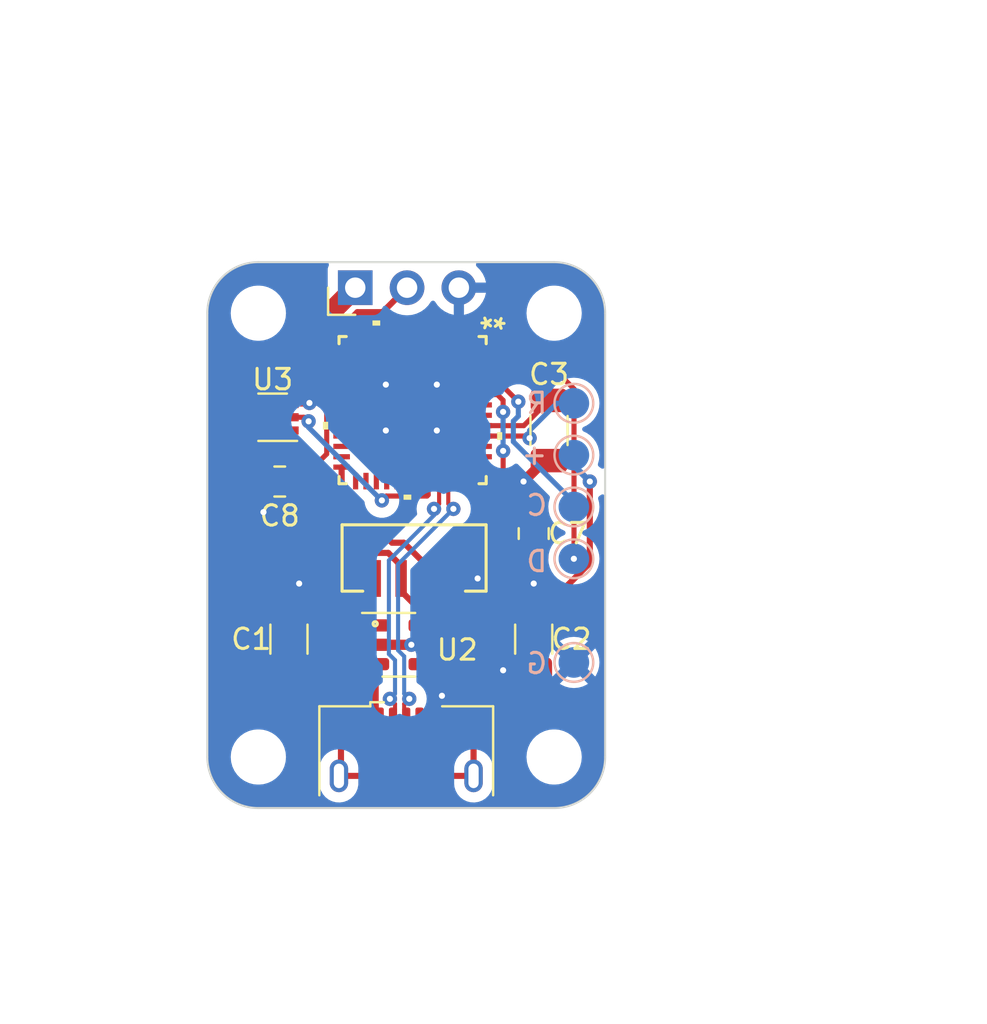
<source format=kicad_pcb>
(kicad_pcb (version 20221018) (generator pcbnew)
  (layers (0 "F.Cu" signal) (31 "B.Cu" signal) (34 "B.Paste" user) (35 "F.Paste" user) (36 "B.SilkS" user "B.Silkscreen") (37 "F.SilkS" user "F.Silkscreen") (38 "B.Mask" user) (39 "F.Mask" user) (44 "Edge.Cuts" user))
  (net 0 "")
  (net 5 "VBUS")
  (net 6 "/D-")
  (net 17 "/D+")
  (net 31 "GND")
  (net 32 "unconnected-(J1-Shield-Pad6)")
  (net 33 "/RESET")
  (net 34 "+3V3")
  (net 38 "/SWCLK")
  (net 39 "/SWDIO")
  (net 40 "Net-(U1-VDDCORE)")
  (net 43 "/LEDS_IN")
  (net 44 "/LEDS_OUT")
  (net 47 "/IR")
  (footprint "Capacitor_SMD:C_1206_3216Metric" (layer "F.Cu") (at 155.5 91.25 -90)
    (fp_text reference "C3" (at -2.75 0 -180) (layer "F.SilkS"))
    (fp_text value "10uF")
    (fp_line (start -0.711252 -0.91) (end 0.711252 -0.91) (stroke (width 0.12)) (layer "F.SilkS"))
    (fp_line (start -0.711252 0.91) (end 0.711252 0.91) (stroke (width 0.12)) (layer "F.SilkS"))
    (pad "1" smd roundrect (at -1.475 0 270) (size 1.15 1.8) (layers "F.Cu" "F.Paste" "F.Mask") (roundrect_rratio 0.217391) (net 40 "Net-(U1-VDDCORE)"))
    (pad "2" smd roundrect (at 1.475 0 270) (size 1.15 1.8) (layers "F.Cu" "F.Paste" "F.Mask") (roundrect_rratio 0.217391) (net 31 "GND"))
  )
  (footprint "MountingHole:MountingHole_2.2mm_M2" (layer "F.Cu") (at 141.25 107.25)
    (fp_text reference "H1")
    (fp_text value "MountingHole")
    (pad "" np_thru_hole circle (at 0 0) (size 2.2 2.2) (drill 2.2) (layers "*.Cu" "*.Mask"))
  )
  (footprint "Capacitor_SMD:C_0805_2012Metric" (layer "F.Cu") (at 154.75 96.3 -90)
    (fp_text reference "C7" (at 0 -1.68 -180) (layer "F.SilkS"))
    (fp_text value "1uF")
    (fp_line (start -0.261252 -0.735) (end 0.261252 -0.735) (stroke (width 0.12)) (layer "F.SilkS"))
    (fp_line (start -0.261252 0.735) (end 0.261252 0.735) (stroke (width 0.12)) (layer "F.SilkS"))
    (pad "1" smd roundrect (at -0.95 0 270) (size 1 1.45) (layers "F.Cu" "F.Paste" "F.Mask") (net 34 "+3V3"))
    (pad "2" smd roundrect (at 0.95 0 270) (size 1 1.45) (layers "F.Cu" "F.Paste" "F.Mask") (net 31 "GND"))
  )
  (footprint "Capacitor_SMD:C_1206_3216Metric" (layer "F.Cu") (at 142.75 101.475 90)
    (fp_text reference "C1" (at 0 -1.85 180) (layer "F.SilkS"))
    (fp_text value "10uF")
    (fp_line (start -0.711252 -0.91) (end 0.711252 -0.91) (stroke (width 0.12)) (layer "F.SilkS"))
    (fp_line (start -0.711252 0.91) (end 0.711252 0.91) (stroke (width 0.12)) (layer "F.SilkS"))
    (pad "1" smd roundrect (at -1.475 0 90) (size 1.15 1.8) (layers "F.Cu" "F.Paste" "F.Mask") (roundrect_rratio 0.217391) (net 5 "VBUS"))
    (pad "2" smd roundrect (at 1.475 0 90) (size 1.15 1.8) (layers "F.Cu" "F.Paste" "F.Mask") (roundrect_rratio 0.217391) (net 31 "GND"))
  )
  (footprint "Package_TO_SOT_SMD:SOT-23-5" (layer "F.Cu") (at 148.1375 101.75)
    (fp_text reference "U2" (at 2.8625 0.25) (layer "F.SilkS"))
    (fp_text value "AP2112K-3.3")
    (fp_line (start 0 -1.56) (end -1.8 -1.56) (stroke (width 0.12)) (layer "F.SilkS"))
    (fp_line (start 0 -1.56) (end 0.8 -1.56) (stroke (width 0.12)) (layer "F.SilkS"))
    (fp_line (start 0 1.56) (end -0.8 1.56) (stroke (width 0.12)) (layer "F.SilkS"))
    (fp_line (start 0 1.56) (end 0.8 1.56) (stroke (width 0.12)) (layer "F.SilkS"))
    (pad "1" smd roundrect (at -1.1375 -0.95) (size 1.325 0.6) (layers "F.Cu" "F.Paste" "F.Mask") (net 5 "VBUS"))
    (pad "2" smd roundrect (at -1.1375 0) (size 1.325 0.6) (layers "F.Cu" "F.Paste" "F.Mask") (net 31 "GND"))
    (pad "3" smd roundrect (at -1.1375 0.95) (size 1.325 0.6) (layers "F.Cu" "F.Paste" "F.Mask") (net 5 "VBUS"))
    (pad "4" smd roundrect (at 1.1375 0.95) (size 1.325 0.6) (layers "F.Cu" "F.Paste" "F.Mask"))
    (pad "5" smd roundrect (at 1.1375 -0.95) (size 1.325 0.6) (layers "F.Cu" "F.Paste" "F.Mask") (net 34 "+3V3"))
  )
  (footprint "Minor_Industries:QFN48_7X7MC_MCH" (layer "F.Cu") (at 148.8125 90.25 -90)
    (fp_text reference "U1")
    (fp_text value "ATSAMD51G19A-MU")
    (fp_text user "*" (at -4.25 -3.9375 -90 unlocked) (layer "F.SilkS"))
    (fp_text user "*" (at -4.2712 -3.9375 90) (layer "F.SilkS"))
    (fp_line (start -3.6068 -3.6068) (end -3.6068 -3.25374) (stroke (width 0.1524)) (layer "F.SilkS"))
    (fp_line (start -3.6068 3.25374) (end -3.6068 3.6068) (stroke (width 0.1524)) (layer "F.SilkS"))
    (fp_line (start -3.6068 3.6068) (end -3.25374 3.6068) (stroke (width 0.1524)) (layer "F.SilkS"))
    (fp_line (start -3.25374 -3.6068) (end -3.6068 -3.6068) (stroke (width 0.1524)) (layer "F.SilkS"))
    (fp_line (start 3.25374 3.6068) (end 3.6068 3.6068) (stroke (width 0.1524)) (layer "F.SilkS"))
    (fp_line (start 3.6068 -3.6068) (end 3.25374 -3.6068) (stroke (width 0.1524)) (layer "F.SilkS"))
    (fp_line (start 3.6068 -3.25374) (end 3.6068 -3.6068) (stroke (width 0.1524)) (layer "F.SilkS"))
    (fp_line (start 3.6068 3.6068) (end 3.6068 3.25374) (stroke (width 0.1524)) (layer "F.SilkS"))
    (fp_poly (pts (xy -4.3942 1.5875) (xy -4.3942 1.9685) (xy -4.1402 1.9685) (xy -4.1402 1.5875)) (fill solid) (layer "F.SilkS"))
    (fp_poly (pts (xy 0.5715 4.1402) (xy 0.5715 4.3942) (xy 0.9525 4.3942) (xy 0.9525 4.1402)) (fill solid) (layer "F.SilkS"))
    (fp_poly (pts (xy 1.0795 -4.1402) (xy 1.0795 -4.3942) (xy 1.4605 -4.3942) (xy 1.4605 -4.1402)) (fill solid) (layer "F.SilkS"))
    (fp_poly (pts (xy 4.3942 0.0635) (xy 4.3942 0.4445) (xy 4.1402 0.4445) (xy 4.1402 0.0635)) (fill solid) (layer "F.SilkS"))
    (pad "1" smd rect (at -3.4798 -2.794) (size 0.254 0.8128) (layers "F.Cu" "F.Paste" "F.Mask"))
    (pad "2" smd rect (at -3.4798 -2.286) (size 0.254 0.8128) (layers "F.Cu" "F.Paste" "F.Mask"))
    (pad "3" smd rect (at -3.4798 -1.778) (size 0.254 0.8128) (layers "F.Cu" "F.Paste" "F.Mask"))
    (pad "4" smd rect (at -3.4798 -1.27) (size 0.254 0.8128) (layers "F.Cu" "F.Paste" "F.Mask"))
    (pad "5" smd rect (at -3.4798 -0.762) (size 0.254 0.8128) (layers "F.Cu" "F.Paste" "F.Mask") (net 31 "GND"))
    (pad "6" smd rect (at -3.4798 -0.254) (size 0.254 0.8128) (layers "F.Cu" "F.Paste" "F.Mask") (net 34 "+3V3"))
    (pad "7" smd rect (at -3.4798 0.254) (size 0.254 0.8128) (layers "F.Cu" "F.Paste" "F.Mask"))
    (pad "8" smd rect (at -3.4798 0.762) (size 0.254 0.8128) (layers "F.Cu" "F.Paste" "F.Mask"))
    (pad "9" smd rect (at -3.4798 1.27) (size 0.254 0.8128) (layers "F.Cu" "F.Paste" "F.Mask"))
    (pad "10" smd rect (at -3.4798 1.778) (size 0.254 0.8128) (layers "F.Cu" "F.Paste" "F.Mask"))
    (pad "11" smd rect (at -3.4798 2.286) (size 0.254 0.8128) (layers "F.Cu" "F.Paste" "F.Mask"))
    (pad "12" smd rect (at -3.4798 2.794) (size 0.254 0.8128) (layers "F.Cu" "F.Paste" "F.Mask"))
    (pad "13" smd rect (at -2.794 3.4798 270) (size 0.254 0.8128) (layers "F.Cu" "F.Paste" "F.Mask"))
    (pad "14" smd rect (at -2.286 3.4798 270) (size 0.254 0.8128) (layers "F.Cu" "F.Paste" "F.Mask"))
    (pad "15" smd rect (at -1.778 3.4798 270) (size 0.254 0.8128) (layers "F.Cu" "F.Paste" "F.Mask"))
    (pad "16" smd rect (at -1.27 3.4798 270) (size 0.254 0.8128) (layers "F.Cu" "F.Paste" "F.Mask"))
    (pad "17" smd rect (at -0.762 3.4798 270) (size 0.254 0.8128) (layers "F.Cu" "F.Paste" "F.Mask") (net 34 "+3V3"))
    (pad "18" smd rect (at -0.254 3.4798 270) (size 0.254 0.8128) (layers "F.Cu" "F.Paste" "F.Mask") (net 31 "GND"))
    (pad "19" smd rect (at 0.254 3.4798 270) (size 0.254 0.8128) (layers "F.Cu" "F.Paste" "F.Mask"))
    (pad "20" smd rect (at 0.762 3.4798 270) (size 0.254 0.8128) (layers "F.Cu" "F.Paste" "F.Mask"))
    (pad "21" smd rect (at 1.27 3.4798 270) (size 0.254 0.8128) (layers "F.Cu" "F.Paste" "F.Mask"))
    (pad "22" smd rect (at 1.778 3.4798 270) (size 0.254 0.8128) (layers "F.Cu" "F.Paste" "F.Mask"))
    (pad "23" smd rect (at 2.286 3.4798 270) (size 0.254 0.8128) (layers "F.Cu" "F.Paste" "F.Mask"))
    (pad "24" smd rect (at 2.794 3.4798 270) (size 0.254 0.8128) (layers "F.Cu" "F.Paste" "F.Mask") (net 47 "/IR"))
    (pad "25" smd rect (at 3.4798 2.794) (size 0.254 0.8128) (layers "F.Cu" "F.Paste" "F.Mask"))
    (pad "26" smd rect (at 3.4798 2.286) (size 0.254 0.8128) (layers "F.Cu" "F.Paste" "F.Mask"))
    (pad "27" smd rect (at 3.4798 1.778) (size 0.254 0.8128) (layers "F.Cu" "F.Paste" "F.Mask"))
    (pad "28" smd rect (at 3.4798 1.27) (size 0.254 0.8128) (layers "F.Cu" "F.Paste" "F.Mask"))
    (pad "29" smd rect (at 3.4798 0.762) (size 0.254 0.8128) (layers "F.Cu" "F.Paste" "F.Mask"))
    (pad "30" smd rect (at 3.4798 0.254) (size 0.254 0.8128) (layers "F.Cu" "F.Paste" "F.Mask"))
    (pad "31" smd rect (at 3.4798 -0.254) (size 0.254 0.8128) (layers "F.Cu" "F.Paste" "F.Mask"))
    (pad "32" smd rect (at 3.4798 -0.762) (size 0.254 0.8128) (layers "F.Cu" "F.Paste" "F.Mask") (net 43 "/LEDS_IN"))
    (pad "33" smd rect (at 3.4798 -1.27) (size 0.254 0.8128) (layers "F.Cu" "F.Paste" "F.Mask") (net 6 "/D-"))
    (pad "34" smd rect (at 3.4798 -1.778) (size 0.254 0.8128) (layers "F.Cu" "F.Paste" "F.Mask") (net 17 "/D+"))
    (pad "35" smd rect (at 3.4798 -2.286) (size 0.254 0.8128) (layers "F.Cu" "F.Paste" "F.Mask") (net 31 "GND"))
    (pad "36" smd rect (at 3.4798 -2.794) (size 0.254 0.8128) (layers "F.Cu" "F.Paste" "F.Mask") (net 34 "+3V3"))
    (pad "37" smd rect (at 2.794 -3.4798 270) (size 0.254 0.8128) (layers "F.Cu" "F.Paste" "F.Mask"))
    (pad "38" smd rect (at 2.286 -3.4798 270) (size 0.254 0.8128) (layers "F.Cu" "F.Paste" "F.Mask"))
    (pad "39" smd rect (at 1.778 -3.4798 270) (size 0.254 0.8128) (layers "F.Cu" "F.Paste" "F.Mask"))
    (pad "40" smd rect (at 1.27 -3.4798 270) (size 0.254 0.8128) (layers "F.Cu" "F.Paste" "F.Mask") (net 33 "/RESET"))
    (pad "41" smd rect (at 0.762 -3.4798 270) (size 0.254 0.8128) (layers "F.Cu" "F.Paste" "F.Mask") (net 40 "Net-(U1-VDDCORE)"))
    (pad "42" smd rect (at 0.254 -3.4798 270) (size 0.254 0.8128) (layers "F.Cu" "F.Paste" "F.Mask") (net 31 "GND"))
    (pad "43" smd rect (at -0.254 -3.4798 270) (size 0.254 0.8128) (layers "F.Cu" "F.Paste" "F.Mask"))
    (pad "44" smd rect (at -0.762 -3.4798 270) (size 0.254 0.8128) (layers "F.Cu" "F.Paste" "F.Mask") (net 34 "+3V3"))
    (pad "45" smd rect (at -1.27 -3.4798 270) (size 0.254 0.8128) (layers "F.Cu" "F.Paste" "F.Mask") (net 38 "/SWCLK"))
    (pad "46" smd rect (at -1.778 -3.4798 270) (size 0.254 0.8128) (layers "F.Cu" "F.Paste" "F.Mask") (net 39 "/SWDIO"))
    (pad "47" smd rect (at -2.286 -3.4798 270) (size 0.254 0.8128) (layers "F.Cu" "F.Paste" "F.Mask"))
    (pad "48" smd rect (at -2.794 -3.4798 270) (size 0.254 0.8128) (layers "F.Cu" "F.Paste" "F.Mask"))
    (pad "49" smd rect (at 0 0 270) (size 4.191 4.191) (layers "F.Cu" "F.Mask") (net 31 "GND"))
  )
  (footprint "Capacitor_SMD:C_0805_2012Metric" (layer "F.Cu") (at 142.3 93.75 180)
    (fp_text reference "C8" (at 0 -1.68) (layer "F.SilkS"))
    (fp_text value "1uF")
    (fp_line (start -0.261252 -0.735) (end 0.261252 -0.735) (stroke (width 0.12)) (layer "F.SilkS"))
    (fp_line (start -0.261252 0.735) (end 0.261252 0.735) (stroke (width 0.12)) (layer "F.SilkS"))
    (pad "1" smd roundrect (at -0.95 0 180) (size 1 1.45) (layers "F.Cu" "F.Paste" "F.Mask") (net 34 "+3V3"))
    (pad "2" smd roundrect (at 0.95 0 180) (size 1 1.45) (layers "F.Cu" "F.Paste" "F.Mask") (net 31 "GND"))
  )
  (footprint "Package_TO_SOT_SMD:SOT-353_SC-70-5" (layer "F.Cu") (at 141.95 90.6 180)
    (fp_text reference "U3" (at 0 1.85) (layer "F.SilkS"))
    (fp_text value "74AHCT1G125")
    (fp_line (start -0.7 1.16) (end 0.7 1.16) (stroke (width 0.12)) (layer "F.SilkS"))
    (fp_line (start 0.7 -1.16) (end -1.2 -1.16) (stroke (width 0.12)) (layer "F.SilkS"))
    (pad "1" smd rect (at -0.95 -0.65 180) (size 0.65 0.4) (layers "F.Cu" "F.Paste" "F.Mask") (net 31 "GND"))
    (pad "2" smd rect (at -0.95 0 180) (size 0.65 0.4) (layers "F.Cu" "F.Paste" "F.Mask") (net 43 "/LEDS_IN"))
    (pad "3" smd rect (at -0.95 0.65 180) (size 0.65 0.4) (layers "F.Cu" "F.Paste" "F.Mask") (net 31 "GND"))
    (pad "4" smd rect (at 0.95 0.65 180) (size 0.65 0.4) (layers "F.Cu" "F.Paste" "F.Mask") (net 44 "/LEDS_OUT"))
    (pad "5" smd rect (at 0.95 -0.65 180) (size 0.65 0.4) (layers "F.Cu" "F.Paste" "F.Mask") (net 5 "VBUS"))
  )
  (footprint "Capacitor_SMD:C_1206_3216Metric" (layer "F.Cu") (at 154.75 101.475 -90)
    (fp_text reference "C2" (at 0 -1.85 -180) (layer "F.SilkS"))
    (fp_text value "10uF")
    (fp_line (start -0.711252 -0.91) (end 0.711252 -0.91) (stroke (width 0.12)) (layer "F.SilkS"))
    (fp_line (start -0.711252 0.91) (end 0.711252 0.91) (stroke (width 0.12)) (layer "F.SilkS"))
    (pad "1" smd roundrect (at -1.475 0 270) (size 1.15 1.8) (layers "F.Cu" "F.Paste" "F.Mask") (roundrect_rratio 0.217391) (net 34 "+3V3"))
    (pad "2" smd roundrect (at 1.475 0 270) (size 1.15 1.8) (layers "F.Cu" "F.Paste" "F.Mask") (roundrect_rratio 0.217391) (net 31 "GND"))
  )
  (footprint "Connector_USB:USB_Micro-B_Amphenol_10118193-0001LF_Horizontal" (layer "F.Cu") (at 148.5 108.175)
    (fp_text reference "J1")
    (fp_text value "USB_B_Micro")
    (fp_line (start -4.26 -3.41) (end -4.26 0.95) (stroke (width 0.12)) (layer "F.SilkS"))
    (fp_line (start -4.26 -3.41) (end -1.76 -3.41) (stroke (width 0.12)) (layer "F.SilkS"))
    (fp_line (start -1.76 -3.41) (end -1.76 -3.61) (stroke (width 0.12)) (layer "F.SilkS"))
    (fp_line (start -1.1 -3.61) (end -1.76 -3.61) (stroke (width 0.12)) (layer "F.SilkS"))
    (fp_line (start 1.76 -3.41) (end 4.26 -3.41) (stroke (width 0.12)) (layer "F.SilkS"))
    (fp_line (start 4.26 -3.41) (end 4.26 0.95) (stroke (width 0.12)) (layer "F.SilkS"))
    (pad "1" smd roundrect (at -1.3 -2.675) (size 0.4 1.35) (layers "F.Cu" "F.Paste" "F.Mask") (net 5 "VBUS"))
    (pad "2" smd roundrect (at -0.65 -2.675) (size 0.4 1.35) (layers "F.Cu" "F.Paste" "F.Mask") (net 6 "/D-"))
    (pad "3" smd roundrect (at 0 -2.675) (size 0.4 1.35) (layers "F.Cu" "F.Paste" "F.Mask") (net 17 "/D+"))
    (pad "4" smd roundrect (at 0.65 -2.675) (size 0.4 1.35) (layers "F.Cu" "F.Paste" "F.Mask"))
    (pad "5" smd roundrect (at 1.3 -2.675) (size 0.4 1.35) (layers "F.Cu" "F.Paste" "F.Mask") (net 31 "GND"))
    (pad "6" thru_hole oval (at -3.3 0 90) (size 1.6 0.9) (drill oval 1.2 0.5) (layers "*.Cu" "*.Mask" "F.Paste") (net 32 "unconnected-(J1-Shield-Pad6)"))
    (pad "6" smd roundrect (at -3.2 -2.45) (size 1.6 1.4) (layers "F.Cu" "F.Paste" "F.Mask") (roundrect_rratio 0.1785714286) (net 32 "unconnected-(J1-Shield-Pad6)"))
    (pad "6" smd roundrect (at -1.2 0) (size 1.9 1.9) (layers "F.Cu" "F.Paste" "F.Mask") (roundrect_rratio 0.1315789474) (net 32 "unconnected-(J1-Shield-Pad6)"))
    (pad "6" smd roundrect (at 1.2 0) (size 1.9 1.9) (layers "F.Cu" "F.Paste" "F.Mask") (roundrect_rratio 0.1315789474) (net 32 "unconnected-(J1-Shield-Pad6)"))
    (pad "6" smd roundrect (at 3.2 -2.45) (size 1.6 1.4) (layers "F.Cu" "F.Paste" "F.Mask") (roundrect_rratio 0.1785714286) (net 32 "unconnected-(J1-Shield-Pad6)"))
    (pad "6" thru_hole oval (at 3.3 0 90) (size 1.6 0.9) (drill oval 1.2 0.5) (layers "*.Cu" "*.Mask" "F.Paste") (net 32 "unconnected-(J1-Shield-Pad6)"))
  )
  (footprint "Connector_PinHeader_2.54mm:PinHeader_1x03_P2.54mm_Vertical" (layer "F.Cu") (at 146 84.25 90)
    (fp_text reference "J2")
    (fp_text value "Conn_01x03_Pin")
    (fp_line (start -1.33 -1.33) (end 0 -1.33) (stroke (width 0.12)) (layer "F.SilkS"))
    (fp_line (start -1.33 0) (end -1.33 -1.33) (stroke (width 0.12)) (layer "F.SilkS"))
    (pad "1" thru_hole rect (at 0 0 90) (size 1.7 1.7) (drill 1) (layers "*.Cu" "*.Mask") (net 5 "VBUS"))
    (pad "2" thru_hole oval (at 0 2.54 90) (size 1.7 1.7) (drill 1) (layers "*.Cu" "*.Mask") (net 44 "/LEDS_OUT"))
    (pad "3" thru_hole oval (at 0 5.08 90) (size 1.7 1.7) (drill 1) (layers "*.Cu" "*.Mask") (net 31 "GND"))
  )
  (footprint "MountingHole:MountingHole_2.2mm_M2" (layer "F.Cu") (at 155.75 85.5)
    (fp_text reference "H4")
    (fp_text value "MountingHole")
    (pad "" np_thru_hole circle (at 0 0) (size 2.2 2.2) (drill 2.2) (layers "*.Cu" "*.Mask"))
  )
  (footprint "Minor_Industries:IC4_TSOP77438TT_VIS-M" (layer "F.Cu") (at 148.885 97.4967 90)
    (fp_text reference "U4")
    (fp_text value "TSOP77438TT")
    (fp_line (start -1.6256 -3.5306) (end -1.6256 -2.51714) (stroke (width 0.1524)) (layer "F.SilkS"))
    (fp_line (start -1.6256 2.51714) (end -1.6256 3.5306) (stroke (width 0.1524)) (layer "F.SilkS"))
    (fp_line (start -1.6256 3.5306) (end 1.6256 3.5306) (stroke (width 0.1524)) (layer "F.SilkS"))
    (fp_line (start 1.6256 -3.5306) (end -1.6256 -3.5306) (stroke (width 0.1524)) (layer "F.SilkS"))
    (fp_line (start 1.6256 3.5306) (end 1.6256 -3.5306) (stroke (width 0.1524)) (layer "F.SilkS"))
    (fp_circle (center -3.2258 -1.905) (end -3.1242 -1.905) (stroke (width 0.1524)) (fill none) (layer "F.SilkS"))
    (pad "1" smd rect (at -1.0033 -1.905 90) (size 1.8034 0.5588) (layers "F.Cu" "F.Paste" "F.Mask") (net 31 "GND"))
    (pad "2" smd rect (at -1.0033 -0.635 90) (size 1.8034 0.5588) (layers "F.Cu" "F.Paste" "F.Mask") (net 34 "+3V3"))
    (pad "3" smd rect (at -1.0033 0.635 90) (size 1.8034 0.5588) (layers "F.Cu" "F.Paste" "F.Mask") (net 47 "/IR"))
    (pad "4" smd rect (at -1.0033 1.905 90) (size 1.8034 0.5588) (layers "F.Cu" "F.Paste" "F.Mask") (net 31 "GND"))
  )
  (footprint "MountingHole:MountingHole_2.2mm_M2" (layer "F.Cu") (at 141.25 85.5)
    (fp_text reference "H3")
    (fp_text value "MountingHole")
    (pad "" np_thru_hole circle (at 0 0) (size 2.2 2.2) (drill 2.2) (layers "*.Cu" "*.Mask"))
  )
  (footprint "MountingHole:MountingHole_2.2mm_M2" (layer "F.Cu") (at 155.75 107.25)
    (fp_text reference "H2")
    (fp_text value "MountingHole")
    (pad "" np_thru_hole circle (at 0 0) (size 2.2 2.2) (drill 2.2) (layers "*.Cu" "*.Mask"))
  )
  (footprint "TestPoint:TestPoint_Pad_D1.5mm" (layer "B.Cu") (at 156.718 97.536 180)
    (fp_text reference "TP4")
    (fp_text value "TestPoint")
    (fp_circle (center 0 0) (end 0 -0.95) (stroke (width 0.12)) (fill none) (layer "B.SilkS"))
    (pad "1" smd circle (at 0 0 180) (size 1.5 1.5) (layers "B.Cu" "B.Mask") (net 39 "/SWDIO"))
  )
  (footprint "TestPoint:TestPoint_Pad_D1.5mm" (layer "B.Cu") (at 156.718 94.996 180)
    (fp_text reference "TP3")
    (fp_text value "TestPoint")
    (fp_circle (center 0 0) (end 0 -0.95) (stroke (width 0.12)) (fill none) (layer "B.SilkS"))
    (pad "1" smd circle (at 0 0 180) (size 1.5 1.5) (layers "B.Cu" "B.Mask") (net 38 "/SWCLK"))
  )
  (footprint "TestPoint:TestPoint_Pad_D1.5mm" (layer "B.Cu") (at 156.718 102.616 180)
    (fp_text reference "TP5")
    (fp_text value "TestPoint")
    (fp_circle (center 0 0) (end 0 -0.95) (stroke (width 0.12)) (fill none) (layer "B.SilkS"))
    (pad "1" smd circle (at 0 0 180) (size 1.5 1.5) (layers "B.Cu" "B.Mask") (net 31 "GND"))
  )
  (footprint "TestPoint:TestPoint_Pad_D1.5mm" (layer "B.Cu") (at 156.718 92.456 180)
    (fp_text reference "TP2")
    (fp_text value "TestPoint")
    (fp_circle (center 0 0) (end 0 -0.95) (stroke (width 0.12)) (fill none) (layer "B.SilkS"))
    (pad "1" smd circle (at 0 0 180) (size 1.5 1.5) (layers "B.Cu" "B.Mask") (net 34 "+3V3"))
  )
  (footprint "TestPoint:TestPoint_Pad_D1.5mm" (layer "B.Cu") (at 156.718 89.916 180)
    (fp_text reference "TP1")
    (fp_text value "TestPoint")
    (fp_circle (center 0 0) (end 0 -0.95) (stroke (width 0.12)) (fill none) (layer "B.SilkS"))
    (pad "1" smd circle (at 0 0 180) (size 1.5 1.5) (layers "B.Cu" "B.Mask") (net 33 "/RESET"))
  )
  (gr_arc (start 138.75 85.5) (mid 139.482233 83.732233) (end 141.25 83) (stroke (width 0.1)) (layer "Edge.Cuts"))
  (gr_line (start 141.25 109.75) (end 155.75 109.75) (stroke (width 0.1)) (layer "Edge.Cuts"))
  (gr_arc (start 158.25 107.25) (mid 157.517767 109.017767) (end 155.75 109.75) (stroke (width 0.1)) (layer "Edge.Cuts"))
  (gr_line (start 138.75 107.25) (end 138.75 85.5) (stroke (width 0.1)) (layer "Edge.Cuts"))
  (gr_line (start 158.25 85.5) (end 158.25 107.25) (stroke (width 0.1)) (layer "Edge.Cuts"))
  (gr_arc (start 141.25 109.75) (mid 139.482233 109.017767) (end 138.75 107.25) (stroke (width 0.1)) (layer "Edge.Cuts"))
  (gr_line (start 141.25 83) (end 155.75 83) (stroke (width 0.1)) (layer "Edge.Cuts"))
  (gr_arc (start 155.75 83) (mid 157.517767 83.732233) (end 158.25 85.5) (stroke (width 0.1)) (layer "Edge.Cuts"))
  (gr_text "+" (at 155.5 93) (layer "B.SilkS") (effects (font (size 1 1)) (justify left bottom mirror)))
  (gr_text "D" (at 155.5 98.25) (layer "B.SilkS") (effects (font (size 1 1)) (justify left bottom mirror)))
  (gr_text "C" (at 155.5 95.5) (layer "B.SilkS") (effects (font (size 1 1)) (justify left bottom mirror)))
  (gr_text "G" (at 155.5 103.25) (layer "B.SilkS") (effects (font (size 1 1)) (justify left bottom mirror)))
  (gr_text "R" (at 155.5 90.5) (layer "B.SilkS") (effects (font (size 1 1)) (justify left bottom mirror)))
  (segment (start 145.1 102.95) (end 142.75 102.95) (width 0.5) (layer "F.Cu") (net 5))
  (segment (start 145.8875 102.148528) (end 145.8875 101.351472) (width 0.5) (layer "F.Cu") (net 5))
  (segment (start 141 91.25) (end 139.975 91.25) (width 0.3) (layer "F.Cu") (net 5))
  (segment (start 146.9 104.75) (end 145.1 102.95) (width 0.5) (layer "F.Cu") (net 5))
  (segment (start 146.9 102.8) (end 147 102.7) (width 0.5) (layer "F.Cu") (net 5))
  (segment (start 145.8875 101.351472) (end 146.438972 100.8) (width 0.5) (layer "F.Cu") (net 5))
  (segment (start 139.975 91.25) (end 139.975 100.175) (width 1) (layer "F.Cu") (net 5))
  (segment (start 146.438972 100.8) (end 147 100.8) (width 0.5) (layer "F.Cu") (net 5))
  (segment (start 139.975 100.175) (end 142.75 102.95) (width 1) (layer "F.Cu") (net 5))
  (segment (start 147.2 105.5) (end 146.9 105.2) (width 0.5) (layer "F.Cu") (net 5))
  (segment (start 141.5 87.75) (end 139.975 89.275) (width 1) (layer "F.Cu") (net 5))
  (segment (start 142.5 87.75) (end 141.5 87.75) (width 1) (layer "F.Cu") (net 5))
  (segment (start 146.438972 102.7) (end 145.8875 102.148528) (width 0.5) (layer "F.Cu") (net 5))
  (segment (start 147 102.7) (end 146.438972 102.7) (width 0.5) (layer "F.Cu") (net 5))
  (segment (start 146.9 104.75) (end 146.9 102.8) (width 0.5) (layer "F.Cu") (net 5))
  (segment (start 139.975 89.275) (end 139.975 91.25) (width 1) (layer "F.Cu") (net 5))
  (segment (start 146.9 105.2) (end 146.9 104.75) (width 0.5) (layer "F.Cu") (net 5))
  (segment (start 146 84.25) (end 142.5 87.75) (width 1) (layer "F.Cu") (net 5))
  (segment (start 147.85 105.5) (end 147.949999 105.400001) (width 0.2) (layer "F.Cu") (net 6))
  (segment (start 147.949999 104.649462) (end 147.7 104.399463) (width 0.2) (layer "F.Cu") (net 6))
  (segment (start 147.949999 105.400001) (end 147.949999 104.649462) (width 0.2) (layer "F.Cu") (net 6))
  (segment (start 150.111499 93.758799) (end 150.111499 94.84076) (width 0.2) (layer "F.Cu") (net 6))
  (segment (start 150.0825 93.7298) (end 150.111499 93.758799) (width 0.2) (layer "F.Cu") (net 6))
  (segment (start 150.111499 94.84076) (end 149.8615 95.090759) (width 0.2) (layer "F.Cu") (net 6))
  (via (at 147.7 104.399463) (size 0.7) (drill 0.3) (layers "F.Cu" "B.Cu") (net 6))
  (via (at 149.8615 95.090759) (size 0.7) (drill 0.3) (layers "F.Cu" "B.Cu") (net 6))
  (segment (start 147.65002 102.205627) (end 147.949999 102.505606) (width 0.2) (layer "B.Cu") (net 6))
  (segment (start 149.8615 95.090759) (end 149.8615 95.404362) (width 0.2) (layer "B.Cu") (net 6))
  (segment (start 147.65002 97.615842) (end 147.65002 102.205627) (width 0.2) (layer "B.Cu") (net 6))
  (segment (start 149.8615 95.404362) (end 147.65002 97.615842) (width 0.2) (layer "B.Cu") (net 6))
  (segment (start 147.949999 102.505606) (end 147.949999 104.149464) (width 0.2) (layer "B.Cu") (net 6))
  (segment (start 147.949999 104.149464) (end 147.7 104.399463) (width 0.2) (layer "B.Cu") (net 6))
  (segment (start 150.561501 94.84076) (end 150.8115 95.090759) (width 0.2) (layer "F.Cu") (net 17))
  (segment (start 148.400001 105.400001) (end 148.400001 104.649462) (width 0.2) (layer "F.Cu") (net 17))
  (segment (start 148.5 105.5) (end 148.400001 105.400001) (width 0.2) (layer "F.Cu") (net 17))
  (segment (start 148.400001 104.649462) (end 148.65 104.399463) (width 0.2) (layer "F.Cu") (net 17))
  (segment (start 150.5905 93.7298) (end 150.561501 93.758799) (width 0.2) (layer "F.Cu") (net 17))
  (segment (start 150.561501 93.758799) (end 150.561501 94.84076) (width 0.2) (layer "F.Cu") (net 17))
  (via (at 148.65 104.399463) (size 0.7) (drill 0.3) (layers "F.Cu" "B.Cu") (net 17))
  (via (at 150.8115 95.090759) (size 0.7) (drill 0.3) (layers "F.Cu" "B.Cu") (net 17))
  (segment (start 148.400001 102.31924) (end 148.400001 104.149464) (width 0.2) (layer "B.Cu") (net 17))
  (segment (start 148.400001 104.149464) (end 148.65 104.399463) (width 0.2) (layer "B.Cu") (net 17))
  (segment (start 150.8115 95.090759) (end 148.1 97.802259) (width 0.2) (layer "B.Cu") (net 17))
  (segment (start 148.1 102.019239) (end 148.400001 102.31924) (width 0.2) (layer "B.Cu") (net 17))
  (segment (start 148.1 97.802259) (end 148.1 102.019239) (width 0.2) (layer "B.Cu") (net 17))
  (segment (start 149.8 104.7) (end 150.25 104.25) (width 0.3) (layer "F.Cu") (net 31))
  (segment (start 142.325 91.25) (end 142.9 91.25) (width 0.25) (layer "F.Cu") (net 31))
  (segment (start 142.75 100) (end 142.75 99.25) (width 0.5) (layer "F.Cu") (net 31))
  (segment (start 149.5745 89.488) (end 148.8125 90.25) (width 0.25) (layer "F.Cu") (net 31))
  (segment (start 142.9 89.95) (end 143.704913 89.95) (width 0.25) (layer "F.Cu") (net 31))
  (segment (start 143.704913 89.95) (end 143.75451 89.900403) (width 0.25) (layer "F.Cu") (net 31))
  (segment (start 155.5 92.725) (end 155.275 92.725) (width 0.5) (layer "F.Cu") (net 31))
  (segment (start 155.275 92.725) (end 154.25 93.75) (width 0.5) (layer "F.Cu") (net 31))
  (segment (start 149.5745 86.7702) (end 149.5745 89.488) (width 0.25) (layer "F.Cu") (net 31))
  (segment (start 143.5 98.5) (end 143.25 98.75) (width 0.3) (layer "F.Cu") (net 31))
  (segment (start 149.0665 90.504) (end 148.8125 90.25) (width 0.25) (layer "F.Cu") (net 31))
  (segment (start 146.98 98.5) (end 143.5 98.5) (width 0.3) (layer "F.Cu") (net 31))
  (segment (start 151.0985 93.7298) (end 151.0985 92.536) (width 0.25) (layer "F.Cu") (net 31))
  (segment (start 142.25 90.025) (end 142.25 91.175) (width 0.25) (layer "F.Cu") (net 31))
  (segment (start 154.75 102.95) (end 153.3 102.95) (width 0.5) (layer "F.Cu") (net 31))
  (segment (start 153.3 102.95) (end 153.25 103) (width 0.5) (layer "F.Cu") (net 31))
  (segment (start 142.325 89.95) (end 142.25 90.025) (width 0.25) (layer "F.Cu") (net 31))
  (segment (start 149.8 105.5) (end 149.8 104.7) (width 0.3) (layer "F.Cu") (net 31))
  (segment (start 151.0985 92.536) (end 148.8125 90.25) (width 0.25) (layer "F.Cu") (net 31))
  (segment (start 142.75 99.25) (end 143.25 98.75) (width 0.5) (layer "F.Cu") (net 31))
  (segment (start 154.75 97.25) (end 154.75 98.75) (width 0.5) (layer "F.Cu") (net 31))
  (segment (start 152.2923 90.504) (end 149.0665 90.504) (width 0.25) (layer "F.Cu") (net 31))
  (segment (start 142.25 91.175) (end 142.325 91.25) (width 0.25) (layer "F.Cu") (net 31))
  (segment (start 141.35 93.75) (end 141.35 95.1) (width 0.5) (layer "F.Cu") (net 31))
  (segment (start 150.79 98.5) (end 152 98.5) (width 0.3) (layer "F.Cu") (net 31))
  (segment (start 148.5585 89.996) (end 148.8125 90.25) (width 0.25) (layer "F.Cu") (net 31))
  (segment (start 147 101.75) (end 148.75 101.75) (width 0.5) (layer "F.Cu") (net 31))
  (segment (start 145.3327 89.996) (end 148.5585 89.996) (width 0.25) (layer "F.Cu") (net 31))
  (segment (start 141.35 95.1) (end 141.5 95.25) (width 0.5) (layer "F.Cu") (net 31))
  (segment (start 142.9 89.95) (end 142.325 89.95) (width 0.25) (layer "F.Cu") (net 31))
  (segment (start 142.946 89.996) (end 142.9 89.95) (width 0.25) (layer "F.Cu") (net 31))
  (via (at 150.25 104.25) (size 0.7) (drill 0.3) (layers "F.Cu" "B.Cu") (net 31))
  (via (at 150 89) (size 0.7) (drill 0.3) (layers "F.Cu" "B.Cu") (net 31))
  (via (at 147.5 89) (size 0.7) (drill 0.3) (layers "F.Cu" "B.Cu") (net 31))
  (via (at 153.25 103) (size 0.7) (drill 0.3) (layers "F.Cu" "B.Cu") (net 31))
  (via (at 150 91.25) (size 0.7) (drill 0.3) (layers "F.Cu" "B.Cu") (net 31))
  (via (at 147.5 91.25) (size 0.7) (drill 0.3) (layers "F.Cu" "B.Cu") (net 31))
  (via (at 154.25 93.75) (size 0.7) (drill 0.3) (layers "F.Cu" "B.Cu") (net 31))
  (via (at 154.75 98.75) (size 0.7) (drill 0.3) (layers "F.Cu" "B.Cu") (net 31))
  (via (at 141.5 95.25) (size 0.7) (drill 0.3) (layers "F.Cu" "B.Cu") (net 31))
  (via (at 143.25 98.75) (size 0.7) (drill 0.3) (layers "F.Cu" "B.Cu") (net 31))
  (via (at 143.75451 89.900403) (size 0.7) (drill 0.3) (layers "F.Cu" "B.Cu") (net 31))
  (via (at 148.75 101.75) (size 0.7) (drill 0.3) (layers "F.Cu" "B.Cu") (net 31))
  (via (at 152 98.5) (size 0.7) (drill 0.3) (layers "F.Cu" "B.Cu") (net 31))
  (segment (start 145.3 105.725) (end 145.3 108.075) (width 0.3) (layer "F.Cu") (net 32))
  (segment (start 149.7 108.175) (end 151.8 108.175) (width 0.3) (layer "F.Cu") (net 32))
  (segment (start 145.3 108.075) (end 145.2 108.175) (width 0.3) (layer "F.Cu") (net 32))
  (segment (start 147.3 108.175) (end 149.7 108.175) (width 0.3) (layer "F.Cu") (net 32))
  (segment (start 151.8 105.825) (end 151.7 105.725) (width 0.3) (layer "F.Cu") (net 32))
  (segment (start 151.8 108.175) (end 151.8 105.825) (width 0.3) (layer "F.Cu") (net 32))
  (segment (start 145.2 108.175) (end 147.3 108.175) (width 0.3) (layer "F.Cu") (net 32))
  (segment (start 154.548171 91.623252) (end 154.444919 91.52) (width 0.25) (layer "F.Cu") (net 33))
  (segment (start 154.444919 91.52) (end 152.2923 91.52) (width 0.25) (layer "F.Cu") (net 33))
  (via (at 154.548171 91.623252) (size 0.7) (drill 0.3) (layers "F.Cu" "B.Cu") (net 33))
  (segment (start 154.548171 91.623252) (end 154.548171 91.247234) (width 0.25) (layer "B.Cu") (net 33))
  (segment (start 155.879405 89.916) (end 156.718 89.916) (width 0.25) (layer "B.Cu") (net 33))
  (segment (start 154.548171 91.247234) (end 155.879405 89.916) (width 0.25) (layer "B.Cu") (net 33))
  (segment (start 146.25 89.2461) (end 146.25 87.9715) (width 0.25) (layer "F.Cu") (net 34))
  (segment (start 155.24395 100) (end 154.75 100) (width 0.3) (layer "F.Cu") (net 34))
  (segment (start 148.25 97.8777) (end 147.6206 97.2483) (width 0.3) (layer "F.Cu") (net 34))
  (segment (start 153.575 96.525) (end 154.75 95.35) (width 0.5) (layer "F.Cu") (net 34))
  (segment (start 157.5 93.75) (end 157.5 97.74395) (width 0.3) (layer "F.Cu") (net 34))
  (segment (start 144.6013 89.544) (end 144.6573 89.488) (width 0.25) (layer "F.Cu") (net 34))
  (segment (start 146.596 87.6255) (end 148.8866 87.6255) (width 0.25) (layer "F.Cu") (net 34))
  (segment (start 153.1298 93.7298) (end 154.75 95.35) (width 0.25) (layer "F.Cu") (net 34))
  (segment (start 152.9677 89.488) (end 153.248202 89.768502) (width 0.25) (layer "F.Cu") (net 34))
  (segment (start 146.25 87.9715) (end 146.596 87.6255) (width 0.25) (layer "F.Cu") (net 34))
  (segment (start 144.6013 92.3987) (end 144.6013 89.544) (width 0.25) (layer "F.Cu") (net 34))
  (segment (start 153.248202 89.768502) (end 153.248202 90.3375) (width 0.25) (layer "F.Cu") (net 34))
  (segment (start 151.6065 93.7298) (end 153.1298 93.7298) (width 0.25) (layer "F.Cu") (net 34))
  (segment (start 153.25 93.6096) (end 153.1298 93.7298) (width 0.25) (layer "F.Cu") (net 34))
  (segment (start 144.6573 89.488) (end 145.3327 89.488) (width 0.25) (layer "F.Cu") (net 34))
  (segment (start 149.725 100.8) (end 149.275 100.8) (width 0.5) (layer "F.Cu") (net 34))
  (segment (start 154.75 100) (end 150.525 100) (width 0.5) (layer "F.Cu") (net 34))
  (segment (start 145.3327 89.488) (end 146.0081 89.488) (width 0.25) (layer "F.Cu") (net 34))
  (segment (start 154.75 100) (end 153.575 98.825) (width 0.5) (layer "F.Cu") (net 34))
  (segment (start 148.25 98.5) (end 148.25 97.8777) (width 0.3) (layer "F.Cu") (net 34))
  (segment (start 153.25 92.25) (end 153.25 93.6096) (width 0.25) (layer "F.Cu") (net 34))
  (segment (start 149.1277 100) (end 150.525 100) (width 0.3) (layer "F.Cu") (net 34))
  (segment (start 148.25 98.5) (end 148.25 99.1223) (width 0.3) (layer "F.Cu") (net 34))
  (segment (start 146.0081 89.488) (end 146.25 89.2461) (width 0.25) (layer "F.Cu") (net 34))
  (segment (start 152.2923 89.488) (end 152.9677 89.488) (width 0.25) (layer "F.Cu") (net 34))
  (segment (start 146.7483 97.2483) (end 143.25 93.75) (width 0.3) (layer "F.Cu") (net 34))
  (segment (start 150.525 100) (end 149.725 100.8) (width 0.5) (layer "F.Cu") (net 34))
  (segment (start 157.5 97.74395) (end 155.24395 100) (width 0.3) (layer "F.Cu") (net 34))
  (segment (start 149.0665 87.4456) (end 149.0665 86.7702) (width 0.25) (layer "F.Cu") (net 34))
  (segment (start 143.25 93.75) (end 144.6013 92.3987) (width 0.25) (layer "F.Cu") (net 34))
  (segment (start 147.6206 97.2483) (end 146.7483 97.2483) (width 0.3) (layer "F.Cu") (net 34))
  (segment (start 148.25 99.1223) (end 149.1277 100) (width 0.3) (layer "F.Cu") (net 34))
  (segment (start 153.575 98.825) (end 153.575 96.525) (width 0.5) (layer "F.Cu") (net 34))
  (segment (start 148.8866 87.6255) (end 149.0665 87.4456) (width 0.25) (layer "F.Cu") (net 34))
  (via (at 153.25 92.25) (size 0.7) (drill 0.3) (layers "F.Cu" "B.Cu") (net 34))
  (via (at 153.248202 90.3375) (size 0.7) (drill 0.3) (layers "F.Cu" "B.Cu") (net 34))
  (via (at 157.5 93.75) (size 0.7) (drill 0.3) (layers "F.Cu" "B.Cu") (net 34))
  (segment (start 156.718 92.456) (end 156.718 92.968) (width 0.3) (layer "B.Cu") (net 34))
  (segment (start 156.718 92.968) (end 157.5 93.75) (width 0.3) (layer "B.Cu") (net 34))
  (segment (start 153.248202 90.3375) (end 153.248202 92.248202) (width 0.25) (layer "B.Cu") (net 34))
  (segment (start 153.248202 92.248202) (end 153.25 92.25) (width 0.25) (layer "B.Cu") (net 34))
  (segment (start 152.2923 88.98) (end 153.139096 88.98) (width 0.25) (layer "F.Cu") (net 38))
  (segment (start 153.139096 88.98) (end 153.99459 89.835494) (width 0.25) (layer "F.Cu") (net 38))
  (via (at 153.99459 89.835494) (size 0.7) (drill 0.3) (layers "F.Cu" "B.Cu") (net 38))
  (segment (start 153.75 91.795405) (end 156.718 94.763405) (width 0.25) (layer "B.Cu") (net 38))
  (segment (start 153.99459 89.835494) (end 153.99459 90.545707) (width 0.25) (layer "B.Cu") (net 38))
  (segment (start 153.99459 90.545707) (end 153.75 90.790297) (width 0.25) (layer "B.Cu") (net 38))
  (segment (start 156.718 94.763405) (end 156.718 94.996) (width 0.25) (layer "B.Cu") (net 38))
  (segment (start 153.75 90.790297) (end 153.75 91.795405) (width 0.25) (layer "B.Cu") (net 38))
  (segment (start 152.2923 88.472) (end 155.985173 88.472) (width 0.25) (layer "F.Cu") (net 39))
  (segment (start 155.985173 88.472) (end 156.725 89.211827) (width 0.25) (layer "F.Cu") (net 39))
  (segment (start 156.725 97.529) (end 156.718 97.536) (width 0.25) (layer "F.Cu") (net 39))
  (segment (start 156.725 89.211827) (end 156.725 97.529) (width 0.25) (layer "F.Cu") (net 39))
  (via (at 156.718 97.536) (size 0.7) (drill 0.3) (layers "F.Cu" "B.Cu") (net 39))
  (segment (start 154.263 91.012) (end 155.5 89.775) (width 0.25) (layer "F.Cu") (net 40))
  (segment (start 152.2923 91.012) (end 154.263 91.012) (width 0.25) (layer "F.Cu") (net 40))
  (segment (start 143.713819 90.798985) (end 143.673985 90.798985) (width 0.25) (layer "F.Cu") (net 43))
  (segment (start 143.673985 90.798985) (end 143.475 90.6) (width 0.25) (layer "F.Cu") (net 43))
  (segment (start 149.5185 94.4612) (end 149.5745 94.4052) (width 0.25) (layer "F.Cu") (net 43))
  (segment (start 147.518888 94.4612) (end 149.5185 94.4612) (width 0.25) (layer "F.Cu") (net 43))
  (segment (start 147.305508 94.67458) (end 147.518888 94.4612) (width 0.25) (layer "F.Cu") (net 43))
  (segment (start 143.475 90.6) (end 142.9 90.6) (width 0.25) (layer "F.Cu") (net 43))
  (segment (start 149.5745 94.4052) (end 149.5745 93.7298) (width 0.25) (layer "F.Cu") (net 43))
  (via (at 147.305508 94.67458) (size 0.7) (drill 0.3) (layers "F.Cu" "B.Cu") (net 43))
  (via (at 143.713819 90.798985) (size 0.7) (drill 0.3) (layers "F.Cu" "B.Cu") (net 43))
  (segment (start 147.289985 94.67458) (end 143.713819 91.098414) (width 0.25) (layer "B.Cu") (net 43))
  (segment (start 143.713819 91.098414) (end 143.713819 90.798985) (width 0.25) (layer "B.Cu") (net 43))
  (segment (start 147.305508 94.67458) (end 147.289985 94.67458) (width 0.25) (layer "B.Cu") (net 43))
  (segment (start 147.34 85.45) (end 148.54 84.25) (width 0.3) (layer "F.Cu") (net 44))
  (segment (start 146.1053 85.45) (end 147.34 85.45) (width 0.3) (layer "F.Cu") (net 44))
  (segment (start 141 89.95) (end 141.6053 89.95) (width 0.3) (layer "F.Cu") (net 44))
  (segment (start 141.6053 89.95) (end 146.1053 85.45) (width 0.3) (layer "F.Cu") (net 44))
  (segment (start 147.8036 96.7483) (end 145.3327 94.2774) (width 0.3) (layer "F.Cu") (net 47))
  (segment (start 149.52 97.8889) (end 148.3794 96.7483) (width 0.3) (layer "F.Cu") (net 47))
  (segment (start 148.3794 96.7483) (end 147.8036 96.7483) (width 0.3) (layer "F.Cu") (net 47))
  (segment (start 149.52 98.5) (end 149.52 97.8889) (width 0.3) (layer "F.Cu") (net 47))
  (segment (start 145.3327 94.2774) (end 145.3327 93.044) (width 0.3) (layer "F.Cu") (net 47))
  (zone (net 5) (net_name "VBUS") (layer "F.Cu") (connect_pads (clearance 0.5)) (min_thickness 0.25) (fill yes (thermal_gap 0.5) (thermal_bridge_width 0.5))
    (polygon (pts (xy 139.662333 100.25) (xy 147.25 100.25) (xy 147.25 106.75) (xy 143.25 106.75) (xy 139.686813 103.186813)))
  )
  (zone (net 31) (net_name "GND") (layer "B.Cu") (priority 1) (connect_pads (clearance 0.5)) (min_thickness 0.25) (fill yes (thermal_gap 0.5) (thermal_bridge_width 0.5))
    (polygon (pts (xy 138 82.5) (xy 158.5 82.5) (xy 158.5 110.25) (xy 138 110.25)))
  )
)
</source>
